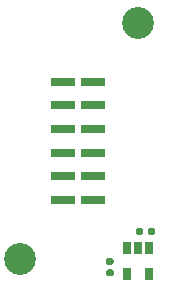
<source format=gbs>
G04 #@! TF.GenerationSoftware,KiCad,Pcbnew,5.1.10-88a1d61d58~90~ubuntu20.04.1*
G04 #@! TF.CreationDate,2021-10-26T15:32:18+01:00*
G04 #@! TF.ProjectId,THP,5448502e-6b69-4636-9164-5f7063625858,rev?*
G04 #@! TF.SameCoordinates,Original*
G04 #@! TF.FileFunction,Soldermask,Bot*
G04 #@! TF.FilePolarity,Negative*
%FSLAX46Y46*%
G04 Gerber Fmt 4.6, Leading zero omitted, Abs format (unit mm)*
G04 Created by KiCad (PCBNEW 5.1.10-88a1d61d58~90~ubuntu20.04.1) date 2021-10-26 15:32:18*
%MOMM*%
%LPD*%
G01*
G04 APERTURE LIST*
%ADD10R,2.000000X0.800000*%
%ADD11R,0.650000X1.060000*%
%ADD12C,2.700000*%
G04 APERTURE END LIST*
D10*
X6150000Y-7500000D03*
X6150000Y-9500000D03*
X6150000Y-11500000D03*
X6150000Y-13500000D03*
X6150000Y-15500000D03*
X6150000Y-17500000D03*
D11*
X11525000Y-23775000D03*
X13425000Y-23775000D03*
X13425000Y-21575000D03*
X12475000Y-21575000D03*
X11525000Y-21575000D03*
D12*
X2500000Y-22500000D03*
X12500000Y-2500000D03*
D10*
X8675000Y-17500000D03*
X8675000Y-15500000D03*
X8675000Y-13500000D03*
X8675000Y-11500000D03*
X8675000Y-9500000D03*
X8675000Y-7500000D03*
G36*
G01*
X12920000Y-20002500D02*
X12920000Y-20347500D01*
G75*
G02*
X12772500Y-20495000I-147500J0D01*
G01*
X12477500Y-20495000D01*
G75*
G02*
X12330000Y-20347500I0J147500D01*
G01*
X12330000Y-20002500D01*
G75*
G02*
X12477500Y-19855000I147500J0D01*
G01*
X12772500Y-19855000D01*
G75*
G02*
X12920000Y-20002500I0J-147500D01*
G01*
G37*
G36*
G01*
X13890000Y-20002500D02*
X13890000Y-20347500D01*
G75*
G02*
X13742500Y-20495000I-147500J0D01*
G01*
X13447500Y-20495000D01*
G75*
G02*
X13300000Y-20347500I0J147500D01*
G01*
X13300000Y-20002500D01*
G75*
G02*
X13447500Y-19855000I147500J0D01*
G01*
X13742500Y-19855000D01*
G75*
G02*
X13890000Y-20002500I0J-147500D01*
G01*
G37*
G36*
G01*
X10272500Y-23010000D02*
X9927500Y-23010000D01*
G75*
G02*
X9780000Y-22862500I0J147500D01*
G01*
X9780000Y-22567500D01*
G75*
G02*
X9927500Y-22420000I147500J0D01*
G01*
X10272500Y-22420000D01*
G75*
G02*
X10420000Y-22567500I0J-147500D01*
G01*
X10420000Y-22862500D01*
G75*
G02*
X10272500Y-23010000I-147500J0D01*
G01*
G37*
G36*
G01*
X10272500Y-23980000D02*
X9927500Y-23980000D01*
G75*
G02*
X9780000Y-23832500I0J147500D01*
G01*
X9780000Y-23537500D01*
G75*
G02*
X9927500Y-23390000I147500J0D01*
G01*
X10272500Y-23390000D01*
G75*
G02*
X10420000Y-23537500I0J-147500D01*
G01*
X10420000Y-23832500D01*
G75*
G02*
X10272500Y-23980000I-147500J0D01*
G01*
G37*
M02*

</source>
